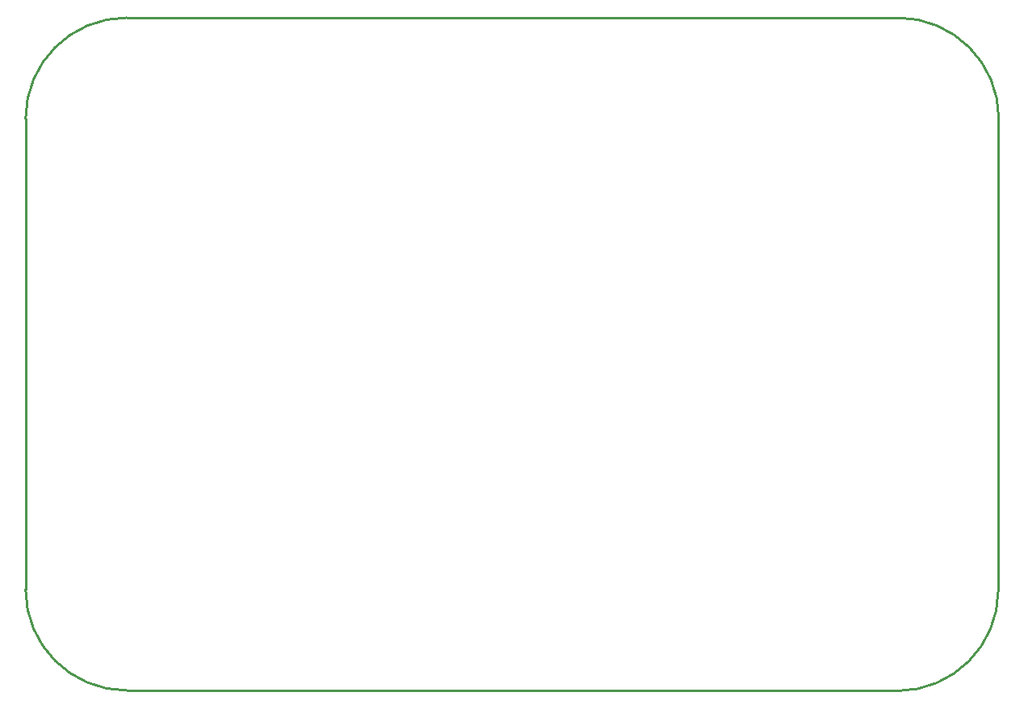
<source format=gko>
G04 Layer: BoardOutline*
G04 EasyEDA v6.3.53, 2020-08-15T11:31:24+02:00*
G04 Gerber Generator version 0.2*
G04 Scale: 100 percent, Rotated: No, Reflected: No *
G04 Dimensions in millimeters *
G04 leading zeros omitted , absolute positions ,3 integer and 3 decimal *
%FSLAX33Y33*%
%MOMM*%
G90*
G71D02*

%ADD10C,0.254000*%
G54D10*
G01X91694Y50D02*
G01X10591Y50D01*
G01X101981Y60121D02*
G01X101981Y10693D01*
G01X10591Y70662D02*
G01X91694Y70662D01*
G01X0Y10642D02*
G01X0Y60071D01*
G75*
G01X91440Y70663D02*
G02X102032Y60071I0J-10592D01*
G01*
G75*
G01X101981Y10592D02*
G02X91389Y0I-10592J0D01*
G01*
G75*
G01X10592Y51D02*
G02X0Y10643I0J10592D01*
G01*
G75*
G01X0Y60071D02*
G02X10592Y70663I10592J0D01*
G01*

%LPD*%
M00*
M02*

</source>
